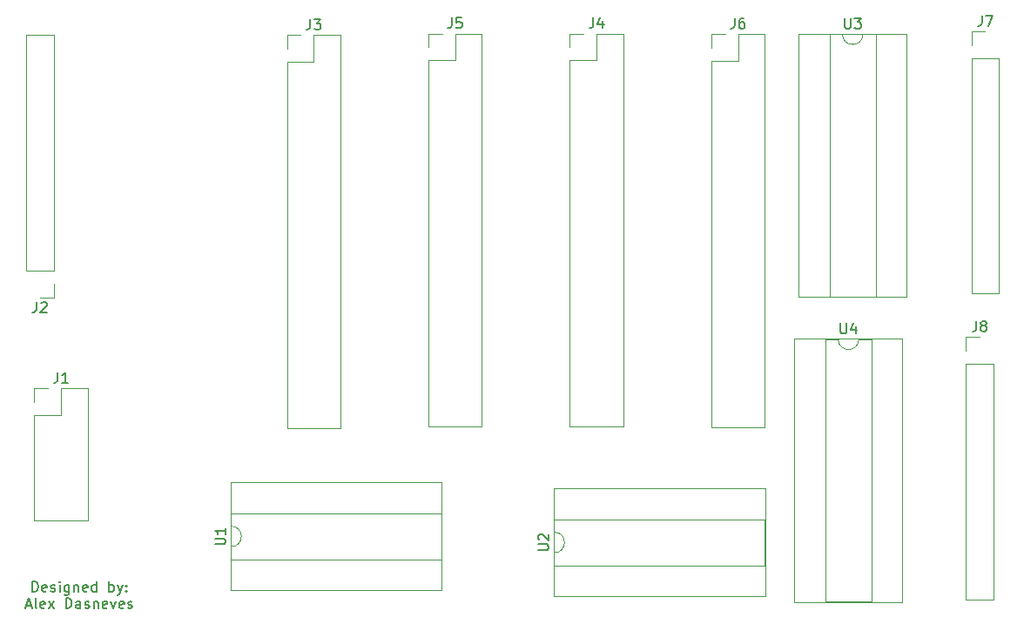
<source format=gbr>
%TF.GenerationSoftware,KiCad,Pcbnew,6.0.2+dfsg-1*%
%TF.CreationDate,2023-03-28T11:02:59-04:00*%
%TF.ProjectId,Registers,52656769-7374-4657-9273-2e6b69636164,rev?*%
%TF.SameCoordinates,Original*%
%TF.FileFunction,Legend,Top*%
%TF.FilePolarity,Positive*%
%FSLAX46Y46*%
G04 Gerber Fmt 4.6, Leading zero omitted, Abs format (unit mm)*
G04 Created by KiCad (PCBNEW 6.0.2+dfsg-1) date 2023-03-28 11:02:59*
%MOMM*%
%LPD*%
G01*
G04 APERTURE LIST*
%ADD10C,0.150000*%
%ADD11C,0.120000*%
G04 APERTURE END LIST*
D10*
X19050571Y-74577380D02*
X19050571Y-73577380D01*
X19288666Y-73577380D01*
X19431523Y-73625000D01*
X19526761Y-73720238D01*
X19574380Y-73815476D01*
X19622000Y-74005952D01*
X19622000Y-74148809D01*
X19574380Y-74339285D01*
X19526761Y-74434523D01*
X19431523Y-74529761D01*
X19288666Y-74577380D01*
X19050571Y-74577380D01*
X20431523Y-74529761D02*
X20336285Y-74577380D01*
X20145809Y-74577380D01*
X20050571Y-74529761D01*
X20002952Y-74434523D01*
X20002952Y-74053571D01*
X20050571Y-73958333D01*
X20145809Y-73910714D01*
X20336285Y-73910714D01*
X20431523Y-73958333D01*
X20479142Y-74053571D01*
X20479142Y-74148809D01*
X20002952Y-74244047D01*
X20860095Y-74529761D02*
X20955333Y-74577380D01*
X21145809Y-74577380D01*
X21241047Y-74529761D01*
X21288666Y-74434523D01*
X21288666Y-74386904D01*
X21241047Y-74291666D01*
X21145809Y-74244047D01*
X21002952Y-74244047D01*
X20907714Y-74196428D01*
X20860095Y-74101190D01*
X20860095Y-74053571D01*
X20907714Y-73958333D01*
X21002952Y-73910714D01*
X21145809Y-73910714D01*
X21241047Y-73958333D01*
X21717238Y-74577380D02*
X21717238Y-73910714D01*
X21717238Y-73577380D02*
X21669619Y-73625000D01*
X21717238Y-73672619D01*
X21764857Y-73625000D01*
X21717238Y-73577380D01*
X21717238Y-73672619D01*
X22622000Y-73910714D02*
X22622000Y-74720238D01*
X22574380Y-74815476D01*
X22526761Y-74863095D01*
X22431523Y-74910714D01*
X22288666Y-74910714D01*
X22193428Y-74863095D01*
X22622000Y-74529761D02*
X22526761Y-74577380D01*
X22336285Y-74577380D01*
X22241047Y-74529761D01*
X22193428Y-74482142D01*
X22145809Y-74386904D01*
X22145809Y-74101190D01*
X22193428Y-74005952D01*
X22241047Y-73958333D01*
X22336285Y-73910714D01*
X22526761Y-73910714D01*
X22622000Y-73958333D01*
X23098190Y-73910714D02*
X23098190Y-74577380D01*
X23098190Y-74005952D02*
X23145809Y-73958333D01*
X23241047Y-73910714D01*
X23383904Y-73910714D01*
X23479142Y-73958333D01*
X23526761Y-74053571D01*
X23526761Y-74577380D01*
X24383904Y-74529761D02*
X24288666Y-74577380D01*
X24098190Y-74577380D01*
X24002952Y-74529761D01*
X23955333Y-74434523D01*
X23955333Y-74053571D01*
X24002952Y-73958333D01*
X24098190Y-73910714D01*
X24288666Y-73910714D01*
X24383904Y-73958333D01*
X24431523Y-74053571D01*
X24431523Y-74148809D01*
X23955333Y-74244047D01*
X25288666Y-74577380D02*
X25288666Y-73577380D01*
X25288666Y-74529761D02*
X25193428Y-74577380D01*
X25002952Y-74577380D01*
X24907714Y-74529761D01*
X24860095Y-74482142D01*
X24812476Y-74386904D01*
X24812476Y-74101190D01*
X24860095Y-74005952D01*
X24907714Y-73958333D01*
X25002952Y-73910714D01*
X25193428Y-73910714D01*
X25288666Y-73958333D01*
X26526761Y-74577380D02*
X26526761Y-73577380D01*
X26526761Y-73958333D02*
X26622000Y-73910714D01*
X26812476Y-73910714D01*
X26907714Y-73958333D01*
X26955333Y-74005952D01*
X27002952Y-74101190D01*
X27002952Y-74386904D01*
X26955333Y-74482142D01*
X26907714Y-74529761D01*
X26812476Y-74577380D01*
X26622000Y-74577380D01*
X26526761Y-74529761D01*
X27336285Y-73910714D02*
X27574380Y-74577380D01*
X27812476Y-73910714D02*
X27574380Y-74577380D01*
X27479142Y-74815476D01*
X27431523Y-74863095D01*
X27336285Y-74910714D01*
X28193428Y-74482142D02*
X28241047Y-74529761D01*
X28193428Y-74577380D01*
X28145809Y-74529761D01*
X28193428Y-74482142D01*
X28193428Y-74577380D01*
X28193428Y-73958333D02*
X28241047Y-74005952D01*
X28193428Y-74053571D01*
X28145809Y-74005952D01*
X28193428Y-73958333D01*
X28193428Y-74053571D01*
X18455333Y-75901666D02*
X18931523Y-75901666D01*
X18360095Y-76187380D02*
X18693428Y-75187380D01*
X19026761Y-76187380D01*
X19502952Y-76187380D02*
X19407714Y-76139761D01*
X19360095Y-76044523D01*
X19360095Y-75187380D01*
X20264857Y-76139761D02*
X20169619Y-76187380D01*
X19979142Y-76187380D01*
X19883904Y-76139761D01*
X19836285Y-76044523D01*
X19836285Y-75663571D01*
X19883904Y-75568333D01*
X19979142Y-75520714D01*
X20169619Y-75520714D01*
X20264857Y-75568333D01*
X20312476Y-75663571D01*
X20312476Y-75758809D01*
X19836285Y-75854047D01*
X20645809Y-76187380D02*
X21169619Y-75520714D01*
X20645809Y-75520714D02*
X21169619Y-76187380D01*
X22312476Y-76187380D02*
X22312476Y-75187380D01*
X22550571Y-75187380D01*
X22693428Y-75235000D01*
X22788666Y-75330238D01*
X22836285Y-75425476D01*
X22883904Y-75615952D01*
X22883904Y-75758809D01*
X22836285Y-75949285D01*
X22788666Y-76044523D01*
X22693428Y-76139761D01*
X22550571Y-76187380D01*
X22312476Y-76187380D01*
X23741047Y-76187380D02*
X23741047Y-75663571D01*
X23693428Y-75568333D01*
X23598190Y-75520714D01*
X23407714Y-75520714D01*
X23312476Y-75568333D01*
X23741047Y-76139761D02*
X23645809Y-76187380D01*
X23407714Y-76187380D01*
X23312476Y-76139761D01*
X23264857Y-76044523D01*
X23264857Y-75949285D01*
X23312476Y-75854047D01*
X23407714Y-75806428D01*
X23645809Y-75806428D01*
X23741047Y-75758809D01*
X24169619Y-76139761D02*
X24264857Y-76187380D01*
X24455333Y-76187380D01*
X24550571Y-76139761D01*
X24598190Y-76044523D01*
X24598190Y-75996904D01*
X24550571Y-75901666D01*
X24455333Y-75854047D01*
X24312476Y-75854047D01*
X24217238Y-75806428D01*
X24169619Y-75711190D01*
X24169619Y-75663571D01*
X24217238Y-75568333D01*
X24312476Y-75520714D01*
X24455333Y-75520714D01*
X24550571Y-75568333D01*
X25026761Y-75520714D02*
X25026761Y-76187380D01*
X25026761Y-75615952D02*
X25074380Y-75568333D01*
X25169619Y-75520714D01*
X25312476Y-75520714D01*
X25407714Y-75568333D01*
X25455333Y-75663571D01*
X25455333Y-76187380D01*
X26312476Y-76139761D02*
X26217238Y-76187380D01*
X26026761Y-76187380D01*
X25931523Y-76139761D01*
X25883904Y-76044523D01*
X25883904Y-75663571D01*
X25931523Y-75568333D01*
X26026761Y-75520714D01*
X26217238Y-75520714D01*
X26312476Y-75568333D01*
X26360095Y-75663571D01*
X26360095Y-75758809D01*
X25883904Y-75854047D01*
X26693428Y-75520714D02*
X26931523Y-76187380D01*
X27169619Y-75520714D01*
X27931523Y-76139761D02*
X27836285Y-76187380D01*
X27645809Y-76187380D01*
X27550571Y-76139761D01*
X27502952Y-76044523D01*
X27502952Y-75663571D01*
X27550571Y-75568333D01*
X27645809Y-75520714D01*
X27836285Y-75520714D01*
X27931523Y-75568333D01*
X27979142Y-75663571D01*
X27979142Y-75758809D01*
X27502952Y-75854047D01*
X28360095Y-76139761D02*
X28455333Y-76187380D01*
X28645809Y-76187380D01*
X28741047Y-76139761D01*
X28788666Y-76044523D01*
X28788666Y-75996904D01*
X28741047Y-75901666D01*
X28645809Y-75854047D01*
X28502952Y-75854047D01*
X28407714Y-75806428D01*
X28360095Y-75711190D01*
X28360095Y-75663571D01*
X28407714Y-75568333D01*
X28502952Y-75520714D01*
X28645809Y-75520714D01*
X28741047Y-75568333D01*
%TO.C,J8*%
X110846666Y-48257380D02*
X110846666Y-48971666D01*
X110799047Y-49114523D01*
X110703809Y-49209761D01*
X110560952Y-49257380D01*
X110465714Y-49257380D01*
X111465714Y-48685952D02*
X111370476Y-48638333D01*
X111322857Y-48590714D01*
X111275238Y-48495476D01*
X111275238Y-48447857D01*
X111322857Y-48352619D01*
X111370476Y-48305000D01*
X111465714Y-48257380D01*
X111656190Y-48257380D01*
X111751428Y-48305000D01*
X111799047Y-48352619D01*
X111846666Y-48447857D01*
X111846666Y-48495476D01*
X111799047Y-48590714D01*
X111751428Y-48638333D01*
X111656190Y-48685952D01*
X111465714Y-48685952D01*
X111370476Y-48733571D01*
X111322857Y-48781190D01*
X111275238Y-48876428D01*
X111275238Y-49066904D01*
X111322857Y-49162142D01*
X111370476Y-49209761D01*
X111465714Y-49257380D01*
X111656190Y-49257380D01*
X111751428Y-49209761D01*
X111799047Y-49162142D01*
X111846666Y-49066904D01*
X111846666Y-48876428D01*
X111799047Y-48781190D01*
X111751428Y-48733571D01*
X111656190Y-48685952D01*
%TO.C,J4*%
X73586666Y-18737380D02*
X73586666Y-19451666D01*
X73539047Y-19594523D01*
X73443809Y-19689761D01*
X73300952Y-19737380D01*
X73205714Y-19737380D01*
X74491428Y-19070714D02*
X74491428Y-19737380D01*
X74253333Y-18689761D02*
X74015238Y-19404047D01*
X74634285Y-19404047D01*
%TO.C,U1*%
X36832380Y-69951904D02*
X37641904Y-69951904D01*
X37737142Y-69904285D01*
X37784761Y-69856666D01*
X37832380Y-69761428D01*
X37832380Y-69570952D01*
X37784761Y-69475714D01*
X37737142Y-69428095D01*
X37641904Y-69380476D01*
X36832380Y-69380476D01*
X37832380Y-68380476D02*
X37832380Y-68951904D01*
X37832380Y-68666190D02*
X36832380Y-68666190D01*
X36975238Y-68761428D01*
X37070476Y-68856666D01*
X37118095Y-68951904D01*
%TO.C,J5*%
X59836666Y-18737380D02*
X59836666Y-19451666D01*
X59789047Y-19594523D01*
X59693809Y-19689761D01*
X59550952Y-19737380D01*
X59455714Y-19737380D01*
X60789047Y-18737380D02*
X60312857Y-18737380D01*
X60265238Y-19213571D01*
X60312857Y-19165952D01*
X60408095Y-19118333D01*
X60646190Y-19118333D01*
X60741428Y-19165952D01*
X60789047Y-19213571D01*
X60836666Y-19308809D01*
X60836666Y-19546904D01*
X60789047Y-19642142D01*
X60741428Y-19689761D01*
X60646190Y-19737380D01*
X60408095Y-19737380D01*
X60312857Y-19689761D01*
X60265238Y-19642142D01*
%TO.C,J6*%
X87336666Y-18772380D02*
X87336666Y-19486666D01*
X87289047Y-19629523D01*
X87193809Y-19724761D01*
X87050952Y-19772380D01*
X86955714Y-19772380D01*
X88241428Y-18772380D02*
X88050952Y-18772380D01*
X87955714Y-18820000D01*
X87908095Y-18867619D01*
X87812857Y-19010476D01*
X87765238Y-19200952D01*
X87765238Y-19581904D01*
X87812857Y-19677142D01*
X87860476Y-19724761D01*
X87955714Y-19772380D01*
X88146190Y-19772380D01*
X88241428Y-19724761D01*
X88289047Y-19677142D01*
X88336666Y-19581904D01*
X88336666Y-19343809D01*
X88289047Y-19248571D01*
X88241428Y-19200952D01*
X88146190Y-19153333D01*
X87955714Y-19153333D01*
X87860476Y-19200952D01*
X87812857Y-19248571D01*
X87765238Y-19343809D01*
%TO.C,J1*%
X21516666Y-53242380D02*
X21516666Y-53956666D01*
X21469047Y-54099523D01*
X21373809Y-54194761D01*
X21230952Y-54242380D01*
X21135714Y-54242380D01*
X22516666Y-54242380D02*
X21945238Y-54242380D01*
X22230952Y-54242380D02*
X22230952Y-53242380D01*
X22135714Y-53385238D01*
X22040476Y-53480476D01*
X21945238Y-53528095D01*
%TO.C,U4*%
X97648095Y-48452380D02*
X97648095Y-49261904D01*
X97695714Y-49357142D01*
X97743333Y-49404761D01*
X97838571Y-49452380D01*
X98029047Y-49452380D01*
X98124285Y-49404761D01*
X98171904Y-49357142D01*
X98219523Y-49261904D01*
X98219523Y-48452380D01*
X99124285Y-48785714D02*
X99124285Y-49452380D01*
X98886190Y-48404761D02*
X98648095Y-49119047D01*
X99267142Y-49119047D01*
%TO.C,U2*%
X68252380Y-70531904D02*
X69061904Y-70531904D01*
X69157142Y-70484285D01*
X69204761Y-70436666D01*
X69252380Y-70341428D01*
X69252380Y-70150952D01*
X69204761Y-70055714D01*
X69157142Y-70008095D01*
X69061904Y-69960476D01*
X68252380Y-69960476D01*
X68347619Y-69531904D02*
X68300000Y-69484285D01*
X68252380Y-69389047D01*
X68252380Y-69150952D01*
X68300000Y-69055714D01*
X68347619Y-69008095D01*
X68442857Y-68960476D01*
X68538095Y-68960476D01*
X68680952Y-69008095D01*
X69252380Y-69579523D01*
X69252380Y-68960476D01*
%TO.C,J7*%
X111376666Y-18507380D02*
X111376666Y-19221666D01*
X111329047Y-19364523D01*
X111233809Y-19459761D01*
X111090952Y-19507380D01*
X110995714Y-19507380D01*
X111757619Y-18507380D02*
X112424285Y-18507380D01*
X111995714Y-19507380D01*
%TO.C,J2*%
X19466666Y-46402380D02*
X19466666Y-47116666D01*
X19419047Y-47259523D01*
X19323809Y-47354761D01*
X19180952Y-47402380D01*
X19085714Y-47402380D01*
X19895238Y-46497619D02*
X19942857Y-46450000D01*
X20038095Y-46402380D01*
X20276190Y-46402380D01*
X20371428Y-46450000D01*
X20419047Y-46497619D01*
X20466666Y-46592857D01*
X20466666Y-46688095D01*
X20419047Y-46830952D01*
X19847619Y-47402380D01*
X20466666Y-47402380D01*
%TO.C,J3*%
X46086666Y-18867380D02*
X46086666Y-19581666D01*
X46039047Y-19724523D01*
X45943809Y-19819761D01*
X45800952Y-19867380D01*
X45705714Y-19867380D01*
X46467619Y-18867380D02*
X47086666Y-18867380D01*
X46753333Y-19248333D01*
X46896190Y-19248333D01*
X46991428Y-19295952D01*
X47039047Y-19343571D01*
X47086666Y-19438809D01*
X47086666Y-19676904D01*
X47039047Y-19772142D01*
X46991428Y-19819761D01*
X46896190Y-19867380D01*
X46610476Y-19867380D01*
X46515238Y-19819761D01*
X46467619Y-19772142D01*
%TO.C,U3*%
X98058095Y-18777380D02*
X98058095Y-19586904D01*
X98105714Y-19682142D01*
X98153333Y-19729761D01*
X98248571Y-19777380D01*
X98439047Y-19777380D01*
X98534285Y-19729761D01*
X98581904Y-19682142D01*
X98629523Y-19586904D01*
X98629523Y-18777380D01*
X99010476Y-18777380D02*
X99629523Y-18777380D01*
X99296190Y-19158333D01*
X99439047Y-19158333D01*
X99534285Y-19205952D01*
X99581904Y-19253571D01*
X99629523Y-19348809D01*
X99629523Y-19586904D01*
X99581904Y-19682142D01*
X99534285Y-19729761D01*
X99439047Y-19777380D01*
X99153333Y-19777380D01*
X99058095Y-19729761D01*
X99010476Y-19682142D01*
D11*
%TO.C,J8*%
X109850000Y-75325000D02*
X112510000Y-75325000D01*
X109850000Y-51135000D02*
X109850000Y-49805000D01*
X109850000Y-49805000D02*
X111180000Y-49805000D01*
X112510000Y-52405000D02*
X112510000Y-75325000D01*
X109850000Y-52405000D02*
X112510000Y-52405000D01*
X109850000Y-52405000D02*
X109850000Y-75325000D01*
%TO.C,J4*%
X71320000Y-21615000D02*
X71320000Y-20285000D01*
X71320000Y-58505000D02*
X76520000Y-58505000D01*
X73920000Y-20285000D02*
X76520000Y-20285000D01*
X71320000Y-22885000D02*
X73920000Y-22885000D01*
X73920000Y-22885000D02*
X73920000Y-20285000D01*
X71320000Y-22885000D02*
X71320000Y-58505000D01*
X71320000Y-20285000D02*
X72650000Y-20285000D01*
X76520000Y-20285000D02*
X76520000Y-58505000D01*
%TO.C,U1*%
X58820000Y-66940000D02*
X38380000Y-66940000D01*
X38380000Y-66940000D02*
X38380000Y-68190000D01*
X38380000Y-70190000D02*
X38380000Y-71440000D01*
X58880000Y-63940000D02*
X38320000Y-63940000D01*
X58880000Y-74440000D02*
X58880000Y-63940000D01*
X58820000Y-71440000D02*
X58820000Y-66940000D01*
X38320000Y-63940000D02*
X38320000Y-74440000D01*
X38320000Y-74440000D02*
X58880000Y-74440000D01*
X38380000Y-71440000D02*
X58820000Y-71440000D01*
X38380000Y-70190000D02*
G75*
G03*
X38380000Y-68190000I0J1000000D01*
G01*
%TO.C,J5*%
X57570000Y-20285000D02*
X58900000Y-20285000D01*
X57570000Y-22885000D02*
X57570000Y-58505000D01*
X57570000Y-21615000D02*
X57570000Y-20285000D01*
X60170000Y-22885000D02*
X60170000Y-20285000D01*
X57570000Y-58505000D02*
X62770000Y-58505000D01*
X60170000Y-20285000D02*
X62770000Y-20285000D01*
X57570000Y-22885000D02*
X60170000Y-22885000D01*
X62770000Y-20285000D02*
X62770000Y-58505000D01*
%TO.C,J6*%
X87670000Y-22920000D02*
X87670000Y-20320000D01*
X85070000Y-22920000D02*
X85070000Y-58540000D01*
X87670000Y-20320000D02*
X90270000Y-20320000D01*
X90270000Y-20320000D02*
X90270000Y-58540000D01*
X85070000Y-22920000D02*
X87670000Y-22920000D01*
X85070000Y-20320000D02*
X86400000Y-20320000D01*
X85070000Y-21650000D02*
X85070000Y-20320000D01*
X85070000Y-58540000D02*
X90270000Y-58540000D01*
%TO.C,J1*%
X19250000Y-57390000D02*
X21850000Y-57390000D01*
X19250000Y-54790000D02*
X20580000Y-54790000D01*
X19250000Y-67610000D02*
X24450000Y-67610000D01*
X21850000Y-54790000D02*
X24450000Y-54790000D01*
X19250000Y-56120000D02*
X19250000Y-54790000D01*
X21850000Y-57390000D02*
X21850000Y-54790000D01*
X24450000Y-54790000D02*
X24450000Y-67610000D01*
X19250000Y-57390000D02*
X19250000Y-67610000D01*
%TO.C,U4*%
X103660000Y-49940000D02*
X93160000Y-49940000D01*
X93160000Y-49940000D02*
X93160000Y-75580000D01*
X97410000Y-50000000D02*
X96160000Y-50000000D01*
X100660000Y-50000000D02*
X99410000Y-50000000D01*
X93160000Y-75580000D02*
X103660000Y-75580000D01*
X100660000Y-75520000D02*
X100660000Y-50000000D01*
X103660000Y-75580000D02*
X103660000Y-49940000D01*
X96160000Y-75520000D02*
X100660000Y-75520000D01*
X96160000Y-50000000D02*
X96160000Y-75520000D01*
X97410000Y-50000000D02*
G75*
G03*
X99410000Y-50000000I1000000J0D01*
G01*
%TO.C,U2*%
X69800000Y-72020000D02*
X90240000Y-72020000D01*
X90300000Y-64520000D02*
X69740000Y-64520000D01*
X90240000Y-72020000D02*
X90240000Y-67520000D01*
X69740000Y-75020000D02*
X90300000Y-75020000D01*
X90240000Y-67520000D02*
X69800000Y-67520000D01*
X90300000Y-75020000D02*
X90300000Y-64520000D01*
X69800000Y-70770000D02*
X69800000Y-72020000D01*
X69740000Y-64520000D02*
X69740000Y-75020000D01*
X69800000Y-67520000D02*
X69800000Y-68770000D01*
X69800000Y-70770000D02*
G75*
G03*
X69800000Y-68770000I0J1000000D01*
G01*
%TO.C,J7*%
X110380000Y-20055000D02*
X111710000Y-20055000D01*
X110380000Y-22655000D02*
X110380000Y-45575000D01*
X110380000Y-45575000D02*
X113040000Y-45575000D01*
X110380000Y-22655000D02*
X113040000Y-22655000D01*
X110380000Y-21385000D02*
X110380000Y-20055000D01*
X113040000Y-22655000D02*
X113040000Y-45575000D01*
%TO.C,J2*%
X21130000Y-20430000D02*
X18470000Y-20430000D01*
X21130000Y-44620000D02*
X21130000Y-45950000D01*
X21130000Y-43350000D02*
X21130000Y-20430000D01*
X21130000Y-45950000D02*
X19800000Y-45950000D01*
X18470000Y-43350000D02*
X18470000Y-20430000D01*
X21130000Y-43350000D02*
X18470000Y-43350000D01*
%TO.C,J3*%
X43820000Y-23015000D02*
X43820000Y-58635000D01*
X43820000Y-21745000D02*
X43820000Y-20415000D01*
X46420000Y-23015000D02*
X46420000Y-20415000D01*
X43820000Y-20415000D02*
X45150000Y-20415000D01*
X43820000Y-58635000D02*
X49020000Y-58635000D01*
X46420000Y-20415000D02*
X49020000Y-20415000D01*
X49020000Y-20415000D02*
X49020000Y-58635000D01*
X43820000Y-23015000D02*
X46420000Y-23015000D01*
%TO.C,U3*%
X104070000Y-20265000D02*
X93570000Y-20265000D01*
X97820000Y-20325000D02*
X96570000Y-20325000D01*
X96570000Y-20325000D02*
X96570000Y-45845000D01*
X101070000Y-45845000D02*
X101070000Y-20325000D01*
X93570000Y-45905000D02*
X104070000Y-45905000D01*
X104070000Y-45905000D02*
X104070000Y-20265000D01*
X93570000Y-20265000D02*
X93570000Y-45905000D01*
X101070000Y-20325000D02*
X99820000Y-20325000D01*
X96570000Y-45845000D02*
X101070000Y-45845000D01*
X97820000Y-20325000D02*
G75*
G03*
X99820000Y-20325000I1000000J0D01*
G01*
%TD*%
M02*

</source>
